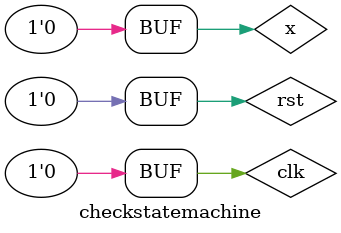
<source format=v>
`timescale 1ns / 1ps


module checkstatemachine;

	// Inputs
	reg x;
	reg clk;
	reg rst;

	// Outputs
	wire y;

	// Instantiate the Unit Under Test (UUT)
	statemachine uut (
		.y(y), 
		.x(x), 
		.clk(clk), 
		.rst(rst)
	);

	initial begin
		// Initialize Inputs
		  x = 0;
		clk = 1'b0;
		rst = 1;

		// Wait 100 ns for global reset to finish
		#100;
        
		// Add stimulus here
		 
		 #10;
		 x = 1;
		 rst = 0;
		 #5 clk=~clk;
		 #5 clk=~clk;
		 

		// Wait 100 ns for global reset to finish
		 #10;//1
		 x = 1;
		 rst = 0;
		 #5 clk=~clk;
		 #5 clk=~clk;
		 #10;
		 x = 1;//1
		 rst = 0;
		 #5 clk=~clk;
		 #5 clk=~clk;
		 #10;
		 x = 0;//0
		 rst = 0;
		 #5 clk=~clk;
		 #5 clk=~clk;
		 #10;
		 x = 1;//1
		 rst = 0;
		 #5 clk=~clk;
		 #5 clk=~clk;
		 #10;//1
		 x = 1;
		 rst = 0;
		 #5 clk=~clk;
		 #5 clk=~clk;
		 
		 		 #10;
		 x = 0;
		 rst = 0;
		 #5 clk=~clk;
		 #5 clk=~clk;
		 		 #10;
		 x = 1;
		 rst = 0;
		 #5 clk=~clk;
		 #5 clk=~clk;
		 
		 		 #10;
		 x = 0;
		 rst = 0;
		 #5 clk=~clk;
		 #5 clk=~clk;

	end
      
endmodule


</source>
